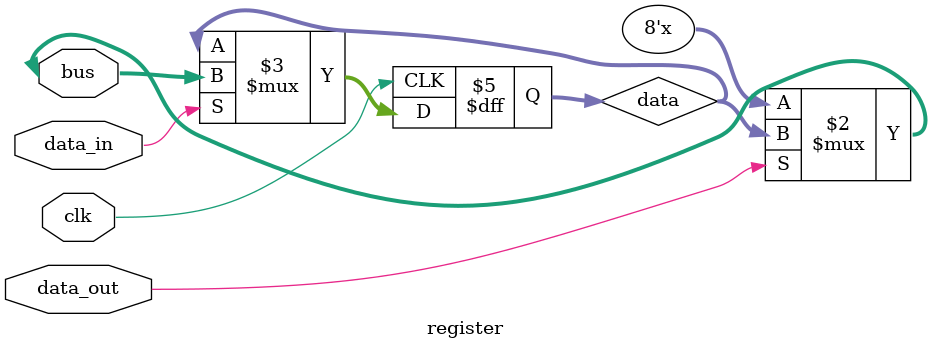
<source format=v>
module register(
	bus,
	clk,
	data_in,
	data_out
	// clr
);

inout wire [7:0] bus;
input clk;
input data_in;
input data_out;

reg [7:0] data;

always @(posedge clk)
begin
	if (data_in)
		data <= bus;
end

assign bus = data_out ? data : 8'bz;

endmodule

</source>
